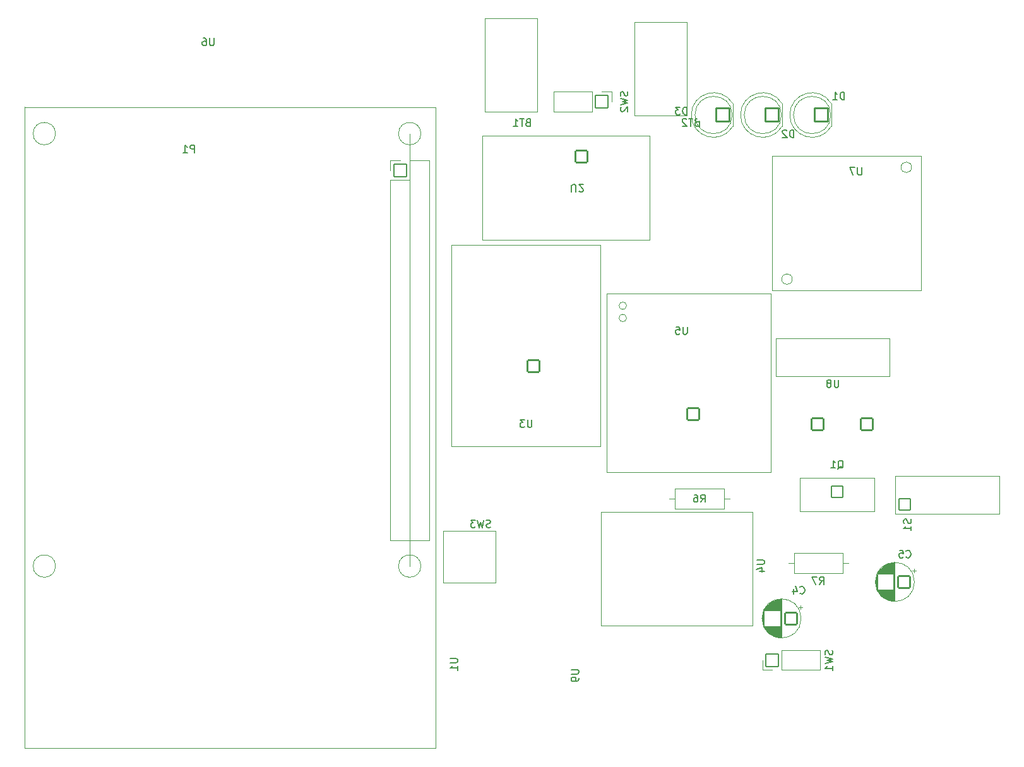
<source format=gbo>
%TF.GenerationSoftware,KiCad,Pcbnew,(6.0.4-0)*%
%TF.CreationDate,2022-07-13T22:20:56+09:00*%
%TF.ProjectId,2022-circuit,32303232-2d63-4697-9263-7569742e6b69,rev?*%
%TF.SameCoordinates,Original*%
%TF.FileFunction,Legend,Bot*%
%TF.FilePolarity,Positive*%
%FSLAX46Y46*%
G04 Gerber Fmt 4.6, Leading zero omitted, Abs format (unit mm)*
G04 Created by KiCad (PCBNEW (6.0.4-0)) date 2022-07-13 22:20:56*
%MOMM*%
%LPD*%
G01*
G04 APERTURE LIST*
G04 Aperture macros list*
%AMRoundRect*
0 Rectangle with rounded corners*
0 $1 Rounding radius*
0 $2 $3 $4 $5 $6 $7 $8 $9 X,Y pos of 4 corners*
0 Add a 4 corners polygon primitive as box body*
4,1,4,$2,$3,$4,$5,$6,$7,$8,$9,$2,$3,0*
0 Add four circle primitives for the rounded corners*
1,1,$1+$1,$2,$3*
1,1,$1+$1,$4,$5*
1,1,$1+$1,$6,$7*
1,1,$1+$1,$8,$9*
0 Add four rect primitives between the rounded corners*
20,1,$1+$1,$2,$3,$4,$5,0*
20,1,$1+$1,$4,$5,$6,$7,0*
20,1,$1+$1,$6,$7,$8,$9,0*
20,1,$1+$1,$8,$9,$2,$3,0*%
G04 Aperture macros list end*
%ADD10C,0.150000*%
%ADD11C,0.120000*%
%ADD12C,1.800000*%
%ADD13O,1.800000X1.800000*%
%ADD14RoundRect,0.100000X0.800000X-0.800000X0.800000X0.800000X-0.800000X0.800000X-0.800000X-0.800000X0*%
%ADD15RoundRect,0.100000X-0.800000X0.800000X-0.800000X-0.800000X0.800000X-0.800000X0.800000X0.800000X0*%
%ADD16RoundRect,0.100000X-0.800000X-0.800000X0.800000X-0.800000X0.800000X0.800000X-0.800000X0.800000X0*%
%ADD17RoundRect,0.100000X0.800000X0.800000X-0.800000X0.800000X-0.800000X-0.800000X0.800000X-0.800000X0*%
%ADD18RoundRect,0.100000X0.900000X0.900000X-0.900000X0.900000X-0.900000X-0.900000X0.900000X-0.900000X0*%
%ADD19C,2.000000*%
%ADD20C,1.300000*%
%ADD21C,1.724000*%
%ADD22RoundRect,0.100000X0.850000X0.850000X-0.850000X0.850000X-0.850000X-0.850000X0.850000X-0.850000X0*%
%ADD23O,1.900000X1.900000*%
%ADD24RoundRect,0.100000X0.850000X-0.850000X0.850000X0.850000X-0.850000X0.850000X-0.850000X-0.850000X0*%
%ADD25RoundRect,0.100000X0.762000X0.762000X-0.762000X0.762000X-0.762000X-0.762000X0.762000X-0.762000X0*%
%ADD26RoundRect,0.100000X-0.762000X0.762000X-0.762000X-0.762000X0.762000X-0.762000X0.762000X0.762000X0*%
%ADD27RoundRect,0.100000X-0.850000X0.850000X-0.850000X-0.850000X0.850000X-0.850000X0.850000X0.850000X0*%
G04 APERTURE END LIST*
D10*
%TO.C,C4*%
X138342666Y-132707142D02*
X138390285Y-132754761D01*
X138533142Y-132802380D01*
X138628380Y-132802380D01*
X138771238Y-132754761D01*
X138866476Y-132659523D01*
X138914095Y-132564285D01*
X138961714Y-132373809D01*
X138961714Y-132230952D01*
X138914095Y-132040476D01*
X138866476Y-131945238D01*
X138771238Y-131850000D01*
X138628380Y-131802380D01*
X138533142Y-131802380D01*
X138390285Y-131850000D01*
X138342666Y-131897619D01*
X137485523Y-132135714D02*
X137485523Y-132802380D01*
X137723619Y-131754761D02*
X137961714Y-132469047D01*
X137342666Y-132469047D01*
%TO.C,D2*%
X137512095Y-71572380D02*
X137512095Y-70572380D01*
X137274000Y-70572380D01*
X137131142Y-70620000D01*
X137035904Y-70715238D01*
X136988285Y-70810476D01*
X136940666Y-71000952D01*
X136940666Y-71143809D01*
X136988285Y-71334285D01*
X137035904Y-71429523D01*
X137131142Y-71524761D01*
X137274000Y-71572380D01*
X137512095Y-71572380D01*
X136559714Y-70667619D02*
X136512095Y-70620000D01*
X136416857Y-70572380D01*
X136178761Y-70572380D01*
X136083523Y-70620000D01*
X136035904Y-70667619D01*
X135988285Y-70762857D01*
X135988285Y-70858095D01*
X136035904Y-71000952D01*
X136607333Y-71572380D01*
X135988285Y-71572380D01*
%TO.C,SW3*%
X96837333Y-123848761D02*
X96694476Y-123896380D01*
X96456380Y-123896380D01*
X96361142Y-123848761D01*
X96313523Y-123801142D01*
X96265904Y-123705904D01*
X96265904Y-123610666D01*
X96313523Y-123515428D01*
X96361142Y-123467809D01*
X96456380Y-123420190D01*
X96646857Y-123372571D01*
X96742095Y-123324952D01*
X96789714Y-123277333D01*
X96837333Y-123182095D01*
X96837333Y-123086857D01*
X96789714Y-122991619D01*
X96742095Y-122944000D01*
X96646857Y-122896380D01*
X96408761Y-122896380D01*
X96265904Y-122944000D01*
X95932571Y-122896380D02*
X95694476Y-123896380D01*
X95504000Y-123182095D01*
X95313523Y-123896380D01*
X95075428Y-122896380D01*
X94789714Y-122896380D02*
X94170666Y-122896380D01*
X94504000Y-123277333D01*
X94361142Y-123277333D01*
X94265904Y-123324952D01*
X94218285Y-123372571D01*
X94170666Y-123467809D01*
X94170666Y-123705904D01*
X94218285Y-123801142D01*
X94265904Y-123848761D01*
X94361142Y-123896380D01*
X94646857Y-123896380D01*
X94742095Y-123848761D01*
X94789714Y-123801142D01*
%TO.C,U8*%
X143509904Y-104100380D02*
X143509904Y-104909904D01*
X143462285Y-105005142D01*
X143414666Y-105052761D01*
X143319428Y-105100380D01*
X143128952Y-105100380D01*
X143033714Y-105052761D01*
X142986095Y-105005142D01*
X142938476Y-104909904D01*
X142938476Y-104100380D01*
X142319428Y-104528952D02*
X142414666Y-104481333D01*
X142462285Y-104433714D01*
X142509904Y-104338476D01*
X142509904Y-104290857D01*
X142462285Y-104195619D01*
X142414666Y-104148000D01*
X142319428Y-104100380D01*
X142128952Y-104100380D01*
X142033714Y-104148000D01*
X141986095Y-104195619D01*
X141938476Y-104290857D01*
X141938476Y-104338476D01*
X141986095Y-104433714D01*
X142033714Y-104481333D01*
X142128952Y-104528952D01*
X142319428Y-104528952D01*
X142414666Y-104576571D01*
X142462285Y-104624190D01*
X142509904Y-104719428D01*
X142509904Y-104909904D01*
X142462285Y-105005142D01*
X142414666Y-105052761D01*
X142319428Y-105100380D01*
X142128952Y-105100380D01*
X142033714Y-105052761D01*
X141986095Y-105005142D01*
X141938476Y-104909904D01*
X141938476Y-104719428D01*
X141986095Y-104624190D01*
X142033714Y-104576571D01*
X142128952Y-104528952D01*
%TO.C,C5*%
X152566666Y-127865142D02*
X152614285Y-127912761D01*
X152757142Y-127960380D01*
X152852380Y-127960380D01*
X152995238Y-127912761D01*
X153090476Y-127817523D01*
X153138095Y-127722285D01*
X153185714Y-127531809D01*
X153185714Y-127388952D01*
X153138095Y-127198476D01*
X153090476Y-127103238D01*
X152995238Y-127008000D01*
X152852380Y-126960380D01*
X152757142Y-126960380D01*
X152614285Y-127008000D01*
X152566666Y-127055619D01*
X151661904Y-126960380D02*
X152138095Y-126960380D01*
X152185714Y-127436571D01*
X152138095Y-127388952D01*
X152042857Y-127341333D01*
X151804761Y-127341333D01*
X151709523Y-127388952D01*
X151661904Y-127436571D01*
X151614285Y-127531809D01*
X151614285Y-127769904D01*
X151661904Y-127865142D01*
X151709523Y-127912761D01*
X151804761Y-127960380D01*
X152042857Y-127960380D01*
X152138095Y-127912761D01*
X152185714Y-127865142D01*
%TO.C,U6*%
X59751104Y-58278580D02*
X59751104Y-59088104D01*
X59703485Y-59183342D01*
X59655866Y-59230961D01*
X59560628Y-59278580D01*
X59370152Y-59278580D01*
X59274914Y-59230961D01*
X59227295Y-59183342D01*
X59179676Y-59088104D01*
X59179676Y-58278580D01*
X58274914Y-58278580D02*
X58465390Y-58278580D01*
X58560628Y-58326200D01*
X58608247Y-58373819D01*
X58703485Y-58516676D01*
X58751104Y-58707152D01*
X58751104Y-59088104D01*
X58703485Y-59183342D01*
X58655866Y-59230961D01*
X58560628Y-59278580D01*
X58370152Y-59278580D01*
X58274914Y-59230961D01*
X58227295Y-59183342D01*
X58179676Y-59088104D01*
X58179676Y-58850009D01*
X58227295Y-58754771D01*
X58274914Y-58707152D01*
X58370152Y-58659533D01*
X58560628Y-58659533D01*
X58655866Y-58707152D01*
X58703485Y-58754771D01*
X58751104Y-58850009D01*
X57126095Y-73604380D02*
X57126095Y-72604380D01*
X56745142Y-72604380D01*
X56649904Y-72652000D01*
X56602285Y-72699619D01*
X56554666Y-72794857D01*
X56554666Y-72937714D01*
X56602285Y-73032952D01*
X56649904Y-73080571D01*
X56745142Y-73128190D01*
X57126095Y-73128190D01*
X55602285Y-73604380D02*
X56173714Y-73604380D01*
X55888000Y-73604380D02*
X55888000Y-72604380D01*
X55983238Y-72747238D01*
X56078476Y-72842476D01*
X56173714Y-72890095D01*
%TO.C,U4*%
X132548380Y-128270095D02*
X133357904Y-128270095D01*
X133453142Y-128317714D01*
X133500761Y-128365333D01*
X133548380Y-128460571D01*
X133548380Y-128651047D01*
X133500761Y-128746285D01*
X133453142Y-128793904D01*
X133357904Y-128841523D01*
X132548380Y-128841523D01*
X132881714Y-129746285D02*
X133548380Y-129746285D01*
X132500761Y-129508190D02*
X133215047Y-129270095D01*
X133215047Y-129889142D01*
%TO.C,SW2*%
X115197761Y-65443666D02*
X115245380Y-65586523D01*
X115245380Y-65824619D01*
X115197761Y-65919857D01*
X115150142Y-65967476D01*
X115054904Y-66015095D01*
X114959666Y-66015095D01*
X114864428Y-65967476D01*
X114816809Y-65919857D01*
X114769190Y-65824619D01*
X114721571Y-65634142D01*
X114673952Y-65538904D01*
X114626333Y-65491285D01*
X114531095Y-65443666D01*
X114435857Y-65443666D01*
X114340619Y-65491285D01*
X114293000Y-65538904D01*
X114245380Y-65634142D01*
X114245380Y-65872238D01*
X114293000Y-66015095D01*
X114245380Y-66348428D02*
X115245380Y-66586523D01*
X114531095Y-66777000D01*
X115245380Y-66967476D01*
X114245380Y-67205571D01*
X114340619Y-67538904D02*
X114293000Y-67586523D01*
X114245380Y-67681761D01*
X114245380Y-67919857D01*
X114293000Y-68015095D01*
X114340619Y-68062714D01*
X114435857Y-68110333D01*
X114531095Y-68110333D01*
X114673952Y-68062714D01*
X115245380Y-67491285D01*
X115245380Y-68110333D01*
%TO.C,BT1*%
X101853714Y-69575571D02*
X101710857Y-69623190D01*
X101663238Y-69670809D01*
X101615619Y-69766047D01*
X101615619Y-69908904D01*
X101663238Y-70004142D01*
X101710857Y-70051761D01*
X101806095Y-70099380D01*
X102187047Y-70099380D01*
X102187047Y-69099380D01*
X101853714Y-69099380D01*
X101758476Y-69147000D01*
X101710857Y-69194619D01*
X101663238Y-69289857D01*
X101663238Y-69385095D01*
X101710857Y-69480333D01*
X101758476Y-69527952D01*
X101853714Y-69575571D01*
X102187047Y-69575571D01*
X101329904Y-69099380D02*
X100758476Y-69099380D01*
X101044190Y-70099380D02*
X101044190Y-69099380D01*
X99901333Y-70099380D02*
X100472761Y-70099380D01*
X100187047Y-70099380D02*
X100187047Y-69099380D01*
X100282285Y-69242238D01*
X100377523Y-69337476D01*
X100472761Y-69385095D01*
%TO.C,Q1*%
X143395238Y-116027619D02*
X143490476Y-115980000D01*
X143585714Y-115884761D01*
X143728571Y-115741904D01*
X143823809Y-115694285D01*
X143919047Y-115694285D01*
X143871428Y-115932380D02*
X143966666Y-115884761D01*
X144061904Y-115789523D01*
X144109523Y-115599047D01*
X144109523Y-115265714D01*
X144061904Y-115075238D01*
X143966666Y-114980000D01*
X143871428Y-114932380D01*
X143680952Y-114932380D01*
X143585714Y-114980000D01*
X143490476Y-115075238D01*
X143442857Y-115265714D01*
X143442857Y-115599047D01*
X143490476Y-115789523D01*
X143585714Y-115884761D01*
X143680952Y-115932380D01*
X143871428Y-115932380D01*
X142490476Y-115932380D02*
X143061904Y-115932380D01*
X142776190Y-115932380D02*
X142776190Y-114932380D01*
X142871428Y-115075238D01*
X142966666Y-115170476D01*
X143061904Y-115218095D01*
%TO.C,BT2*%
X124483714Y-69524571D02*
X124340857Y-69572190D01*
X124293238Y-69619809D01*
X124245619Y-69715047D01*
X124245619Y-69857904D01*
X124293238Y-69953142D01*
X124340857Y-70000761D01*
X124436095Y-70048380D01*
X124817047Y-70048380D01*
X124817047Y-69048380D01*
X124483714Y-69048380D01*
X124388476Y-69096000D01*
X124340857Y-69143619D01*
X124293238Y-69238857D01*
X124293238Y-69334095D01*
X124340857Y-69429333D01*
X124388476Y-69476952D01*
X124483714Y-69524571D01*
X124817047Y-69524571D01*
X123959904Y-69048380D02*
X123388476Y-69048380D01*
X123674190Y-70048380D02*
X123674190Y-69048380D01*
X123102761Y-69143619D02*
X123055142Y-69096000D01*
X122959904Y-69048380D01*
X122721809Y-69048380D01*
X122626571Y-69096000D01*
X122578952Y-69143619D01*
X122531333Y-69238857D01*
X122531333Y-69334095D01*
X122578952Y-69476952D01*
X123150380Y-70048380D01*
X122531333Y-70048380D01*
%TO.C,S1*%
X153187761Y-122789095D02*
X153235380Y-122931952D01*
X153235380Y-123170047D01*
X153187761Y-123265285D01*
X153140142Y-123312904D01*
X153044904Y-123360523D01*
X152949666Y-123360523D01*
X152854428Y-123312904D01*
X152806809Y-123265285D01*
X152759190Y-123170047D01*
X152711571Y-122979571D01*
X152663952Y-122884333D01*
X152616333Y-122836714D01*
X152521095Y-122789095D01*
X152425857Y-122789095D01*
X152330619Y-122836714D01*
X152283000Y-122884333D01*
X152235380Y-122979571D01*
X152235380Y-123217666D01*
X152283000Y-123360523D01*
X153235380Y-124312904D02*
X153235380Y-123741476D01*
X153235380Y-124027190D02*
X152235380Y-124027190D01*
X152378238Y-123931952D01*
X152473476Y-123836714D01*
X152521095Y-123741476D01*
%TO.C,U3*%
X102361904Y-109452380D02*
X102361904Y-110261904D01*
X102314285Y-110357142D01*
X102266666Y-110404761D01*
X102171428Y-110452380D01*
X101980952Y-110452380D01*
X101885714Y-110404761D01*
X101838095Y-110357142D01*
X101790476Y-110261904D01*
X101790476Y-109452380D01*
X101409523Y-109452380D02*
X100790476Y-109452380D01*
X101123809Y-109833333D01*
X100980952Y-109833333D01*
X100885714Y-109880952D01*
X100838095Y-109928571D01*
X100790476Y-110023809D01*
X100790476Y-110261904D01*
X100838095Y-110357142D01*
X100885714Y-110404761D01*
X100980952Y-110452380D01*
X101266666Y-110452380D01*
X101361904Y-110404761D01*
X101409523Y-110357142D01*
%TO.C,U2*%
X107712095Y-78897619D02*
X107712095Y-78088095D01*
X107759714Y-77992857D01*
X107807333Y-77945238D01*
X107902571Y-77897619D01*
X108093047Y-77897619D01*
X108188285Y-77945238D01*
X108235904Y-77992857D01*
X108283523Y-78088095D01*
X108283523Y-78897619D01*
X108712095Y-78802380D02*
X108759714Y-78850000D01*
X108854952Y-78897619D01*
X109093047Y-78897619D01*
X109188285Y-78850000D01*
X109235904Y-78802380D01*
X109283523Y-78707142D01*
X109283523Y-78611904D01*
X109235904Y-78469047D01*
X108664476Y-77897619D01*
X109283523Y-77897619D01*
%TO.C,U9*%
X107656380Y-142970095D02*
X108465904Y-142970095D01*
X108561142Y-143017714D01*
X108608761Y-143065333D01*
X108656380Y-143160571D01*
X108656380Y-143351047D01*
X108608761Y-143446285D01*
X108561142Y-143493904D01*
X108465904Y-143541523D01*
X107656380Y-143541523D01*
X108656380Y-144065333D02*
X108656380Y-144255809D01*
X108608761Y-144351047D01*
X108561142Y-144398666D01*
X108418285Y-144493904D01*
X108227809Y-144541523D01*
X107846857Y-144541523D01*
X107751619Y-144493904D01*
X107704000Y-144446285D01*
X107656380Y-144351047D01*
X107656380Y-144160571D01*
X107704000Y-144065333D01*
X107751619Y-144017714D01*
X107846857Y-143970095D01*
X108084952Y-143970095D01*
X108180190Y-144017714D01*
X108227809Y-144065333D01*
X108275428Y-144160571D01*
X108275428Y-144351047D01*
X108227809Y-144446285D01*
X108180190Y-144493904D01*
X108084952Y-144541523D01*
%TO.C,SW1*%
X142644761Y-140398666D02*
X142692380Y-140541523D01*
X142692380Y-140779619D01*
X142644761Y-140874857D01*
X142597142Y-140922476D01*
X142501904Y-140970095D01*
X142406666Y-140970095D01*
X142311428Y-140922476D01*
X142263809Y-140874857D01*
X142216190Y-140779619D01*
X142168571Y-140589142D01*
X142120952Y-140493904D01*
X142073333Y-140446285D01*
X141978095Y-140398666D01*
X141882857Y-140398666D01*
X141787619Y-140446285D01*
X141740000Y-140493904D01*
X141692380Y-140589142D01*
X141692380Y-140827238D01*
X141740000Y-140970095D01*
X141692380Y-141303428D02*
X142692380Y-141541523D01*
X141978095Y-141732000D01*
X142692380Y-141922476D01*
X141692380Y-142160571D01*
X142692380Y-143065333D02*
X142692380Y-142493904D01*
X142692380Y-142779619D02*
X141692380Y-142779619D01*
X141835238Y-142684380D01*
X141930476Y-142589142D01*
X141978095Y-142493904D01*
%TO.C,D1*%
X144268095Y-66492380D02*
X144268095Y-65492380D01*
X144030000Y-65492380D01*
X143887142Y-65540000D01*
X143791904Y-65635238D01*
X143744285Y-65730476D01*
X143696666Y-65920952D01*
X143696666Y-66063809D01*
X143744285Y-66254285D01*
X143791904Y-66349523D01*
X143887142Y-66444761D01*
X144030000Y-66492380D01*
X144268095Y-66492380D01*
X142744285Y-66492380D02*
X143315714Y-66492380D01*
X143030000Y-66492380D02*
X143030000Y-65492380D01*
X143125238Y-65635238D01*
X143220476Y-65730476D01*
X143315714Y-65778095D01*
%TO.C,D3*%
X123166095Y-68524380D02*
X123166095Y-67524380D01*
X122928000Y-67524380D01*
X122785142Y-67572000D01*
X122689904Y-67667238D01*
X122642285Y-67762476D01*
X122594666Y-67952952D01*
X122594666Y-68095809D01*
X122642285Y-68286285D01*
X122689904Y-68381523D01*
X122785142Y-68476761D01*
X122928000Y-68524380D01*
X123166095Y-68524380D01*
X122261333Y-67524380D02*
X121642285Y-67524380D01*
X121975619Y-67905333D01*
X121832761Y-67905333D01*
X121737523Y-67952952D01*
X121689904Y-68000571D01*
X121642285Y-68095809D01*
X121642285Y-68333904D01*
X121689904Y-68429142D01*
X121737523Y-68476761D01*
X121832761Y-68524380D01*
X122118476Y-68524380D01*
X122213714Y-68476761D01*
X122261333Y-68429142D01*
%TO.C,R6*%
X125016666Y-120502380D02*
X125350000Y-120026190D01*
X125588095Y-120502380D02*
X125588095Y-119502380D01*
X125207142Y-119502380D01*
X125111904Y-119550000D01*
X125064285Y-119597619D01*
X125016666Y-119692857D01*
X125016666Y-119835714D01*
X125064285Y-119930952D01*
X125111904Y-119978571D01*
X125207142Y-120026190D01*
X125588095Y-120026190D01*
X124159523Y-119502380D02*
X124350000Y-119502380D01*
X124445238Y-119550000D01*
X124492857Y-119597619D01*
X124588095Y-119740476D01*
X124635714Y-119930952D01*
X124635714Y-120311904D01*
X124588095Y-120407142D01*
X124540476Y-120454761D01*
X124445238Y-120502380D01*
X124254761Y-120502380D01*
X124159523Y-120454761D01*
X124111904Y-120407142D01*
X124064285Y-120311904D01*
X124064285Y-120073809D01*
X124111904Y-119978571D01*
X124159523Y-119930952D01*
X124254761Y-119883333D01*
X124445238Y-119883333D01*
X124540476Y-119930952D01*
X124588095Y-119978571D01*
X124635714Y-120073809D01*
%TO.C,U7*%
X146631904Y-75627380D02*
X146631904Y-76436904D01*
X146584285Y-76532142D01*
X146536666Y-76579761D01*
X146441428Y-76627380D01*
X146250952Y-76627380D01*
X146155714Y-76579761D01*
X146108095Y-76532142D01*
X146060476Y-76436904D01*
X146060476Y-75627380D01*
X145679523Y-75627380D02*
X145012857Y-75627380D01*
X145441428Y-76627380D01*
%TO.C,R7*%
X140966666Y-131522380D02*
X141300000Y-131046190D01*
X141538095Y-131522380D02*
X141538095Y-130522380D01*
X141157142Y-130522380D01*
X141061904Y-130570000D01*
X141014285Y-130617619D01*
X140966666Y-130712857D01*
X140966666Y-130855714D01*
X141014285Y-130950952D01*
X141061904Y-130998571D01*
X141157142Y-131046190D01*
X141538095Y-131046190D01*
X140633333Y-130522380D02*
X139966666Y-130522380D01*
X140395238Y-131522380D01*
%TO.C,U5*%
X123213904Y-96988380D02*
X123213904Y-97797904D01*
X123166285Y-97893142D01*
X123118666Y-97940761D01*
X123023428Y-97988380D01*
X122832952Y-97988380D01*
X122737714Y-97940761D01*
X122690095Y-97893142D01*
X122642476Y-97797904D01*
X122642476Y-96988380D01*
X121690095Y-96988380D02*
X122166285Y-96988380D01*
X122213904Y-97464571D01*
X122166285Y-97416952D01*
X122071047Y-97369333D01*
X121832952Y-97369333D01*
X121737714Y-97416952D01*
X121690095Y-97464571D01*
X121642476Y-97559809D01*
X121642476Y-97797904D01*
X121690095Y-97893142D01*
X121737714Y-97940761D01*
X121832952Y-97988380D01*
X122071047Y-97988380D01*
X122166285Y-97940761D01*
X122213904Y-97893142D01*
%TO.C,U1*%
X91400380Y-141478095D02*
X92209904Y-141478095D01*
X92305142Y-141525714D01*
X92352761Y-141573333D01*
X92400380Y-141668571D01*
X92400380Y-141859047D01*
X92352761Y-141954285D01*
X92305142Y-142001904D01*
X92209904Y-142049523D01*
X91400380Y-142049523D01*
X92400380Y-143049523D02*
X92400380Y-142478095D01*
X92400380Y-142763809D02*
X91400380Y-142763809D01*
X91543238Y-142668571D01*
X91638476Y-142573333D01*
X91686095Y-142478095D01*
D11*
%TO.C,C4*%
X134054113Y-137140000D02*
X134054113Y-137964000D01*
X135455113Y-133550000D02*
X135455113Y-135060000D01*
X133334113Y-135423000D02*
X133334113Y-136777000D01*
X134574113Y-137140000D02*
X134574113Y-138347000D01*
X134774113Y-137140000D02*
X134774113Y-138448000D01*
X133694113Y-137140000D02*
X133694113Y-137543000D01*
X134174113Y-134129000D02*
X134174113Y-135060000D01*
X138659888Y-134625000D02*
X138159888Y-134625000D01*
X134374113Y-133978000D02*
X134374113Y-135060000D01*
X134854113Y-133718000D02*
X134854113Y-135060000D01*
X134854113Y-137140000D02*
X134854113Y-138482000D01*
X133934113Y-134357000D02*
X133934113Y-135060000D01*
X135615113Y-137140000D02*
X135615113Y-138669000D01*
X134054113Y-134236000D02*
X134054113Y-135060000D01*
X135014113Y-133658000D02*
X135014113Y-135060000D01*
X135094113Y-137140000D02*
X135094113Y-138568000D01*
X133534113Y-134922000D02*
X133534113Y-137278000D01*
X133774113Y-134546000D02*
X133774113Y-135060000D01*
X135215113Y-133599000D02*
X135215113Y-135060000D01*
X134454113Y-133925000D02*
X134454113Y-135060000D01*
X133934113Y-137140000D02*
X133934113Y-137843000D01*
X133494113Y-135002000D02*
X133494113Y-137198000D01*
X134934113Y-137140000D02*
X134934113Y-138514000D01*
X134334113Y-137140000D02*
X134334113Y-138195000D01*
X135415113Y-133557000D02*
X135415113Y-135060000D01*
X134014113Y-137140000D02*
X134014113Y-137926000D01*
X134254113Y-134065000D02*
X134254113Y-135060000D01*
X134134113Y-134163000D02*
X134134113Y-135060000D01*
X135375113Y-137140000D02*
X135375113Y-138636000D01*
X135014113Y-137140000D02*
X135014113Y-138542000D01*
X133774113Y-137140000D02*
X133774113Y-137654000D01*
X135495113Y-137140000D02*
X135495113Y-138656000D01*
X134654113Y-137140000D02*
X134654113Y-138390000D01*
X134094113Y-134199000D02*
X134094113Y-135060000D01*
X134614113Y-137140000D02*
X134614113Y-138368000D01*
X134134113Y-137140000D02*
X134134113Y-138037000D01*
X134094113Y-137140000D02*
X134094113Y-138001000D01*
X134414113Y-137140000D02*
X134414113Y-138249000D01*
X134534113Y-137140000D02*
X134534113Y-138324000D01*
X133454113Y-135089000D02*
X133454113Y-137111000D01*
X134174113Y-137140000D02*
X134174113Y-138071000D01*
X133294113Y-135582000D02*
X133294113Y-136618000D01*
X135175113Y-133609000D02*
X135175113Y-135060000D01*
X135735113Y-133522000D02*
X135735113Y-138678000D01*
X135295113Y-137140000D02*
X135295113Y-138620000D01*
X135134113Y-137140000D02*
X135134113Y-138580000D01*
X133894113Y-134401000D02*
X133894113Y-135060000D01*
X134934113Y-133686000D02*
X134934113Y-135060000D01*
X135335113Y-137140000D02*
X135335113Y-138628000D01*
X133974113Y-137140000D02*
X133974113Y-137885000D01*
X134214113Y-137140000D02*
X134214113Y-138104000D01*
X135855113Y-133520000D02*
X135855113Y-138680000D01*
X133654113Y-134717000D02*
X133654113Y-135060000D01*
X135295113Y-133580000D02*
X135295113Y-135060000D01*
X134374113Y-137140000D02*
X134374113Y-138222000D01*
X133614113Y-134781000D02*
X133614113Y-135060000D01*
X133574113Y-137140000D02*
X133574113Y-137351000D01*
X133734113Y-137140000D02*
X133734113Y-137600000D01*
X134014113Y-134274000D02*
X134014113Y-135060000D01*
X133254113Y-135816000D02*
X133254113Y-136384000D01*
X134294113Y-134035000D02*
X134294113Y-135060000D01*
X134534113Y-133876000D02*
X134534113Y-135060000D01*
X134694113Y-133790000D02*
X134694113Y-135060000D01*
X134814113Y-137140000D02*
X134814113Y-138465000D01*
X135134113Y-133620000D02*
X135134113Y-135060000D01*
X134414113Y-133951000D02*
X134414113Y-135060000D01*
X135175113Y-137140000D02*
X135175113Y-138591000D01*
X135655113Y-133527000D02*
X135655113Y-138673000D01*
X135415113Y-137140000D02*
X135415113Y-138643000D01*
X134734113Y-137140000D02*
X134734113Y-138429000D01*
X135335113Y-133572000D02*
X135335113Y-135060000D01*
X135094113Y-133632000D02*
X135094113Y-135060000D01*
X135375113Y-133564000D02*
X135375113Y-135060000D01*
X134654113Y-133810000D02*
X134654113Y-135060000D01*
X135575113Y-133535000D02*
X135575113Y-135060000D01*
X135054113Y-137140000D02*
X135054113Y-138555000D01*
X135495113Y-133544000D02*
X135495113Y-135060000D01*
X134894113Y-133702000D02*
X134894113Y-135060000D01*
X133574113Y-134849000D02*
X133574113Y-135060000D01*
X134894113Y-137140000D02*
X134894113Y-138498000D01*
X133814113Y-137140000D02*
X133814113Y-137705000D01*
X135455113Y-137140000D02*
X135455113Y-138650000D01*
X134974113Y-137140000D02*
X134974113Y-138528000D01*
X135695113Y-133524000D02*
X135695113Y-138676000D01*
X135535113Y-137140000D02*
X135535113Y-138661000D01*
X133734113Y-134600000D02*
X133734113Y-135060000D01*
X134294113Y-137140000D02*
X134294113Y-138165000D01*
X134494113Y-133900000D02*
X134494113Y-135060000D01*
X135815113Y-133520000D02*
X135815113Y-138680000D01*
X133374113Y-135295000D02*
X133374113Y-136905000D01*
X134814113Y-133735000D02*
X134814113Y-135060000D01*
X135215113Y-137140000D02*
X135215113Y-138601000D01*
X135775113Y-133521000D02*
X135775113Y-138679000D01*
X134574113Y-133853000D02*
X134574113Y-135060000D01*
X133654113Y-137140000D02*
X133654113Y-137483000D01*
X134254113Y-137140000D02*
X134254113Y-138135000D01*
X133814113Y-134495000D02*
X133814113Y-135060000D01*
X134334113Y-134005000D02*
X134334113Y-135060000D01*
X134614113Y-133832000D02*
X134614113Y-135060000D01*
X135615113Y-133531000D02*
X135615113Y-135060000D01*
X133694113Y-134657000D02*
X133694113Y-135060000D01*
X134494113Y-137140000D02*
X134494113Y-138300000D01*
X133614113Y-137140000D02*
X133614113Y-137419000D01*
X135535113Y-133539000D02*
X135535113Y-135060000D01*
X133854113Y-137140000D02*
X133854113Y-137753000D01*
X134774113Y-133752000D02*
X134774113Y-135060000D01*
X135255113Y-137140000D02*
X135255113Y-138611000D01*
X135575113Y-137140000D02*
X135575113Y-138665000D01*
X134214113Y-134096000D02*
X134214113Y-135060000D01*
X133894113Y-137140000D02*
X133894113Y-137799000D01*
X134694113Y-137140000D02*
X134694113Y-138410000D01*
X133974113Y-134315000D02*
X133974113Y-135060000D01*
X134454113Y-137140000D02*
X134454113Y-138275000D01*
X138409888Y-134375000D02*
X138409888Y-134875000D01*
X135054113Y-133645000D02*
X135054113Y-135060000D01*
X135255113Y-133589000D02*
X135255113Y-135060000D01*
X133854113Y-134447000D02*
X133854113Y-135060000D01*
X134974113Y-133672000D02*
X134974113Y-135060000D01*
X134734113Y-133771000D02*
X134734113Y-135060000D01*
X133414113Y-135185000D02*
X133414113Y-137015000D01*
X138475113Y-136100000D02*
G75*
G03*
X138475113Y-136100000I-2620000J0D01*
G01*
%TO.C,D2*%
X135910000Y-67035000D02*
X135910000Y-70125000D01*
X135910000Y-67035170D02*
G75*
G03*
X130360000Y-68580462I-2560000J-1544830D01*
G01*
X130360000Y-68579538D02*
G75*
G03*
X135910000Y-70124830I2990000J-462D01*
G01*
X135850000Y-68580000D02*
G75*
G03*
X135850000Y-68580000I-2500000J0D01*
G01*
%TO.C,SW3*%
X90480000Y-124345000D02*
X90480000Y-131345000D01*
X97480000Y-124345000D02*
X90480000Y-124345000D01*
X97480000Y-131345000D02*
X97480000Y-124345000D01*
X90480000Y-131345000D02*
X97480000Y-131345000D01*
%TO.C,U8*%
X135128000Y-103632000D02*
X150368000Y-103632000D01*
X150368000Y-103632000D02*
X150368000Y-98552000D01*
X150368000Y-98552000D02*
X135128000Y-98552000D01*
X135128000Y-98552000D02*
X135128000Y-103632000D01*
%TO.C,C5*%
X150455113Y-132240000D02*
X150455113Y-133711000D01*
X148694113Y-130102000D02*
X148694113Y-132298000D01*
X150735113Y-132240000D02*
X150735113Y-133761000D01*
X149414113Y-129196000D02*
X149414113Y-130160000D01*
X150174113Y-132240000D02*
X150174113Y-133628000D01*
X150294113Y-128732000D02*
X150294113Y-130160000D01*
X153609888Y-129475000D02*
X153609888Y-129975000D01*
X149254113Y-132240000D02*
X149254113Y-133064000D01*
X149694113Y-132240000D02*
X149694113Y-133400000D01*
X151015113Y-128620000D02*
X151015113Y-133780000D01*
X150655113Y-132240000D02*
X150655113Y-133750000D01*
X150254113Y-132240000D02*
X150254113Y-133655000D01*
X149494113Y-129135000D02*
X149494113Y-130160000D01*
X149454113Y-129165000D02*
X149454113Y-130160000D01*
X150294113Y-132240000D02*
X150294113Y-133668000D01*
X149094113Y-129501000D02*
X149094113Y-130160000D01*
X149374113Y-132240000D02*
X149374113Y-133171000D01*
X150214113Y-128758000D02*
X150214113Y-130160000D01*
X149014113Y-132240000D02*
X149014113Y-132805000D01*
X150455113Y-128689000D02*
X150455113Y-130160000D01*
X149814113Y-132240000D02*
X149814113Y-133468000D01*
X149294113Y-129299000D02*
X149294113Y-130160000D01*
X153859888Y-129725000D02*
X153359888Y-129725000D01*
X150775113Y-132240000D02*
X150775113Y-133765000D01*
X150014113Y-128835000D02*
X150014113Y-130160000D01*
X149974113Y-128852000D02*
X149974113Y-130160000D01*
X149374113Y-129229000D02*
X149374113Y-130160000D01*
X148734113Y-130022000D02*
X148734113Y-132378000D01*
X150134113Y-128786000D02*
X150134113Y-130160000D01*
X149814113Y-128932000D02*
X149814113Y-130160000D01*
X148854113Y-129817000D02*
X148854113Y-130160000D01*
X149454113Y-132240000D02*
X149454113Y-133235000D01*
X149054113Y-132240000D02*
X149054113Y-132853000D01*
X149974113Y-132240000D02*
X149974113Y-133548000D01*
X149214113Y-129374000D02*
X149214113Y-130160000D01*
X149294113Y-132240000D02*
X149294113Y-133101000D01*
X148814113Y-129881000D02*
X148814113Y-130160000D01*
X150975113Y-128621000D02*
X150975113Y-133779000D01*
X149854113Y-132240000D02*
X149854113Y-133490000D01*
X149574113Y-129078000D02*
X149574113Y-130160000D01*
X148934113Y-129700000D02*
X148934113Y-130160000D01*
X150415113Y-132240000D02*
X150415113Y-133701000D01*
X150054113Y-132240000D02*
X150054113Y-133582000D01*
X150535113Y-132240000D02*
X150535113Y-133728000D01*
X149094113Y-132240000D02*
X149094113Y-132899000D01*
X150855113Y-128627000D02*
X150855113Y-133773000D01*
X149334113Y-129263000D02*
X149334113Y-130160000D01*
X151055113Y-128620000D02*
X151055113Y-133780000D01*
X149254113Y-129336000D02*
X149254113Y-130160000D01*
X150935113Y-128622000D02*
X150935113Y-133778000D01*
X150094113Y-132240000D02*
X150094113Y-133598000D01*
X150375113Y-132240000D02*
X150375113Y-133691000D01*
X150134113Y-132240000D02*
X150134113Y-133614000D01*
X149894113Y-128890000D02*
X149894113Y-130160000D01*
X149654113Y-129025000D02*
X149654113Y-130160000D01*
X148974113Y-129646000D02*
X148974113Y-130160000D01*
X148534113Y-130523000D02*
X148534113Y-131877000D01*
X148494113Y-130682000D02*
X148494113Y-131718000D01*
X149934113Y-128871000D02*
X149934113Y-130160000D01*
X149494113Y-132240000D02*
X149494113Y-133265000D01*
X150415113Y-128699000D02*
X150415113Y-130160000D01*
X148574113Y-130395000D02*
X148574113Y-132005000D01*
X150575113Y-128664000D02*
X150575113Y-130160000D01*
X148774113Y-132240000D02*
X148774113Y-132451000D01*
X150174113Y-128772000D02*
X150174113Y-130160000D01*
X150214113Y-132240000D02*
X150214113Y-133642000D01*
X149734113Y-128976000D02*
X149734113Y-130160000D01*
X149054113Y-129547000D02*
X149054113Y-130160000D01*
X149134113Y-132240000D02*
X149134113Y-132943000D01*
X148454113Y-130916000D02*
X148454113Y-131484000D01*
X149854113Y-128910000D02*
X149854113Y-130160000D01*
X149614113Y-129051000D02*
X149614113Y-130160000D01*
X150695113Y-132240000D02*
X150695113Y-133756000D01*
X149654113Y-132240000D02*
X149654113Y-133375000D01*
X149334113Y-132240000D02*
X149334113Y-133137000D01*
X150895113Y-128624000D02*
X150895113Y-133776000D01*
X148814113Y-132240000D02*
X148814113Y-132519000D01*
X149134113Y-129457000D02*
X149134113Y-130160000D01*
X150575113Y-132240000D02*
X150575113Y-133736000D01*
X150334113Y-128720000D02*
X150334113Y-130160000D01*
X149614113Y-132240000D02*
X149614113Y-133349000D01*
X150375113Y-128709000D02*
X150375113Y-130160000D01*
X148654113Y-130189000D02*
X148654113Y-132211000D01*
X150695113Y-128644000D02*
X150695113Y-130160000D01*
X150254113Y-128745000D02*
X150254113Y-130160000D01*
X149174113Y-132240000D02*
X149174113Y-132985000D01*
X150815113Y-132240000D02*
X150815113Y-133769000D01*
X148774113Y-129949000D02*
X148774113Y-130160000D01*
X150334113Y-132240000D02*
X150334113Y-133680000D01*
X149894113Y-132240000D02*
X149894113Y-133510000D01*
X149774113Y-128953000D02*
X149774113Y-130160000D01*
X150495113Y-132240000D02*
X150495113Y-133720000D01*
X148614113Y-130285000D02*
X148614113Y-132115000D01*
X148894113Y-132240000D02*
X148894113Y-132643000D01*
X149174113Y-129415000D02*
X149174113Y-130160000D01*
X148974113Y-132240000D02*
X148974113Y-132754000D01*
X150094113Y-128802000D02*
X150094113Y-130160000D01*
X149214113Y-132240000D02*
X149214113Y-133026000D01*
X149534113Y-129105000D02*
X149534113Y-130160000D01*
X149534113Y-132240000D02*
X149534113Y-133295000D01*
X150014113Y-132240000D02*
X150014113Y-133565000D01*
X150054113Y-128818000D02*
X150054113Y-130160000D01*
X149414113Y-132240000D02*
X149414113Y-133204000D01*
X150495113Y-128680000D02*
X150495113Y-130160000D01*
X149694113Y-129000000D02*
X149694113Y-130160000D01*
X148854113Y-132240000D02*
X148854113Y-132583000D01*
X149774113Y-132240000D02*
X149774113Y-133447000D01*
X150535113Y-128672000D02*
X150535113Y-130160000D01*
X149934113Y-132240000D02*
X149934113Y-133529000D01*
X150655113Y-128650000D02*
X150655113Y-130160000D01*
X148894113Y-129757000D02*
X148894113Y-130160000D01*
X150615113Y-132240000D02*
X150615113Y-133743000D01*
X149014113Y-129595000D02*
X149014113Y-130160000D01*
X149734113Y-132240000D02*
X149734113Y-133424000D01*
X148934113Y-132240000D02*
X148934113Y-132700000D01*
X149574113Y-132240000D02*
X149574113Y-133322000D01*
X150615113Y-128657000D02*
X150615113Y-130160000D01*
X150735113Y-128639000D02*
X150735113Y-130160000D01*
X150775113Y-128635000D02*
X150775113Y-130160000D01*
X150815113Y-128631000D02*
X150815113Y-130160000D01*
X153675113Y-131200000D02*
G75*
G03*
X153675113Y-131200000I-2620000J0D01*
G01*
%TO.C,U6*%
X83399200Y-74696200D02*
X83399200Y-76026200D01*
X83399200Y-77296200D02*
X83399200Y-125616200D01*
X88599200Y-74696200D02*
X88599200Y-125616200D01*
X88599200Y-74696200D02*
X85999200Y-74696200D01*
X89449200Y-153516200D02*
X89449200Y-67546200D01*
X88599200Y-125616200D02*
X83399200Y-125616200D01*
X85999200Y-74696200D02*
X85999200Y-77296200D01*
X89419200Y-153516200D02*
X34419200Y-153516200D01*
X85999200Y-77296200D02*
X83399200Y-77296200D01*
X85989200Y-71076200D02*
X85989200Y-129076200D01*
X84729200Y-74696200D02*
X83399200Y-74696200D01*
X89419200Y-67516200D02*
X34419200Y-67516200D01*
X34379200Y-67496200D02*
X34379200Y-153516200D01*
X87489200Y-71076200D02*
G75*
G03*
X87489200Y-71076200I-1500000J0D01*
G01*
X38489200Y-129076200D02*
G75*
G03*
X38489200Y-129076200I-1500000J0D01*
G01*
X38489200Y-71076200D02*
G75*
G03*
X38489200Y-71076200I-1500000J0D01*
G01*
X87489200Y-129076200D02*
G75*
G03*
X87489200Y-129076200I-1500000J0D01*
G01*
%TO.C,U4*%
X132000000Y-137045000D02*
X111650000Y-137045000D01*
X132000000Y-121845000D02*
X111650000Y-121845000D01*
X111650000Y-137045000D02*
X111650000Y-121845000D01*
X132000000Y-137045000D02*
X132000000Y-121845000D01*
%TO.C,SW2*%
X105335000Y-68107000D02*
X105335000Y-65447000D01*
X113075000Y-65447000D02*
X111745000Y-65447000D01*
X110475000Y-68107000D02*
X110475000Y-65447000D01*
X110475000Y-65447000D02*
X105335000Y-65447000D01*
X110475000Y-68107000D02*
X105335000Y-68107000D01*
X113075000Y-66777000D02*
X113075000Y-65447000D01*
%TO.C,BT1*%
X96068000Y-68147000D02*
X103068000Y-68147000D01*
X103068000Y-55647000D02*
X96068000Y-55647000D01*
X103068000Y-68147000D02*
X103068000Y-55647000D01*
X96068000Y-55647000D02*
X96068000Y-68147000D01*
%TO.C,Q1*%
X138300000Y-121750000D02*
X148300000Y-121750000D01*
X148300000Y-117250000D02*
X138300000Y-117250000D01*
X138300000Y-117250000D02*
X138300000Y-121750000D01*
X148300000Y-121750000D02*
X148300000Y-117250000D01*
%TO.C,BT2*%
X123134000Y-56155000D02*
X116134000Y-56155000D01*
X123134000Y-68655000D02*
X123134000Y-56155000D01*
X116134000Y-68655000D02*
X123134000Y-68655000D01*
X116134000Y-56155000D02*
X116134000Y-68655000D01*
%TO.C,S1*%
X151130000Y-116967000D02*
X165100000Y-116967000D01*
X165100000Y-116967000D02*
X165100000Y-122047000D01*
X165100000Y-122047000D02*
X151130000Y-122047000D01*
X151130000Y-122047000D02*
X151130000Y-116967000D01*
%TO.C,U3*%
X111590000Y-113008000D02*
X111590000Y-86008000D01*
X91590000Y-113008000D02*
X111590000Y-113008000D01*
X91590000Y-113008000D02*
X91590000Y-86008000D01*
X91590000Y-86008000D02*
X111590000Y-86008000D01*
%TO.C,U2*%
X118200000Y-85350000D02*
X118200000Y-71350000D01*
X118200000Y-71350000D02*
X95700000Y-71350000D01*
X95700000Y-85350000D02*
X118200000Y-85350000D01*
X95700000Y-71350000D02*
X95700000Y-85350000D01*
%TO.C,SW1*%
X133290000Y-143030000D02*
X134620000Y-143030000D01*
X135890000Y-140370000D02*
X141030000Y-140370000D01*
X135890000Y-140370000D02*
X135890000Y-143030000D01*
X141030000Y-140370000D02*
X141030000Y-143030000D01*
X133290000Y-141700000D02*
X133290000Y-143030000D01*
X135890000Y-143030000D02*
X141030000Y-143030000D01*
%TO.C,D1*%
X142519000Y-67035000D02*
X142519000Y-70125000D01*
X136969000Y-68579538D02*
G75*
G03*
X142519000Y-70124830I2990000J-462D01*
G01*
X142519000Y-67035170D02*
G75*
G03*
X136969000Y-68580462I-2560000J-1544830D01*
G01*
X142459000Y-68580000D02*
G75*
G03*
X142459000Y-68580000I-2500000J0D01*
G01*
%TO.C,D3*%
X129306000Y-67035000D02*
X129306000Y-70125000D01*
X123756000Y-68579538D02*
G75*
G03*
X129306000Y-70124830I2990000J-462D01*
G01*
X129306000Y-67035170D02*
G75*
G03*
X123756000Y-68580462I-2560000J-1544830D01*
G01*
X129246000Y-68580000D02*
G75*
G03*
X129246000Y-68580000I-2500000J0D01*
G01*
%TO.C,R6*%
X121580000Y-121420000D02*
X121580000Y-118680000D01*
X128120000Y-121420000D02*
X121580000Y-121420000D01*
X121580000Y-118680000D02*
X128120000Y-118680000D01*
X128890000Y-120050000D02*
X128120000Y-120050000D01*
X120810000Y-120050000D02*
X121580000Y-120050000D01*
X128120000Y-118680000D02*
X128120000Y-121420000D01*
%TO.C,U7*%
X134600000Y-92095000D02*
X154600000Y-92095000D01*
X154600000Y-91095000D02*
X154600000Y-92095000D01*
X154600000Y-74095000D02*
X134600000Y-74095000D01*
X154600000Y-75095000D02*
X154600000Y-91095000D01*
X134600000Y-74095000D02*
X134600000Y-92095000D01*
X154600000Y-74095000D02*
X154600000Y-92095000D01*
X137307107Y-90595000D02*
G75*
G03*
X137307107Y-90595000I-707107J0D01*
G01*
X153307107Y-75595000D02*
G75*
G03*
X153307107Y-75595000I-707107J0D01*
G01*
%TO.C,R7*%
X144840000Y-128700000D02*
X144070000Y-128700000D01*
X137530000Y-130070000D02*
X137530000Y-127330000D01*
X144070000Y-127330000D02*
X144070000Y-130070000D01*
X136760000Y-128700000D02*
X137530000Y-128700000D01*
X137530000Y-127330000D02*
X144070000Y-127330000D01*
X144070000Y-130070000D02*
X137530000Y-130070000D01*
%TO.C,U5*%
X134407000Y-116505000D02*
X112407000Y-116505000D01*
X112407000Y-92505000D02*
X134407000Y-92505000D01*
X134407000Y-92505000D02*
X134407000Y-116505000D01*
X112407000Y-116505000D02*
X112407000Y-92505000D01*
X115066000Y-95804000D02*
G75*
G03*
X115066000Y-95804000I-500000J0D01*
G01*
X115066000Y-94153000D02*
G75*
G03*
X115066000Y-94153000I-500000J0D01*
G01*
%TD*%
%LPC*%
D12*
%TO.C,R2*%
X109220000Y-125984000D03*
D13*
X99060000Y-125984000D03*
%TD*%
D14*
%TO.C,C3*%
X102616000Y-102297113D03*
D12*
X102616000Y-99797113D03*
%TD*%
%TO.C,R4*%
X132080000Y-78000000D03*
D13*
X121920000Y-78000000D03*
%TD*%
D12*
%TO.C,R3*%
X132080000Y-81000000D03*
D13*
X121920000Y-81000000D03*
%TD*%
D15*
%TO.C,C1*%
X147320000Y-110046888D03*
D12*
X147320000Y-112546888D03*
%TD*%
%TO.C,R8*%
X127000000Y-90424000D03*
D13*
X116840000Y-90424000D03*
%TD*%
D14*
%TO.C,C6*%
X124000000Y-108705113D03*
D12*
X124000000Y-106205113D03*
%TD*%
D16*
%TO.C,C7*%
X109030888Y-74168000D03*
D12*
X111530888Y-74168000D03*
%TD*%
%TO.C,R1*%
X99060000Y-129540000D03*
D13*
X109220000Y-129540000D03*
%TD*%
D15*
%TO.C,C2*%
X140716000Y-110046888D03*
D12*
X140716000Y-112546888D03*
%TD*%
%TO.C,R5*%
X132080000Y-75000000D03*
D13*
X121920000Y-75000000D03*
%TD*%
D17*
%TO.C,C4*%
X137105113Y-136100000D03*
D12*
X134605113Y-136100000D03*
%TD*%
D18*
%TO.C,D2*%
X134620000Y-68580000D03*
D19*
X132080000Y-68580000D03*
%TD*%
D20*
%TO.C,SW3*%
X91230000Y-127845000D03*
X96730000Y-127845000D03*
%TD*%
D21*
%TO.C,U8*%
X147828000Y-101092000D03*
X145288000Y-101092000D03*
X142748000Y-101092000D03*
X140208000Y-101092000D03*
X137668000Y-101092000D03*
%TD*%
D17*
%TO.C,C5*%
X152305113Y-131200000D03*
D12*
X149805113Y-131200000D03*
%TD*%
D22*
%TO.C,U6*%
X84729200Y-76026200D03*
D23*
X87269200Y-76026200D03*
X84729200Y-78566200D03*
X87269200Y-78566200D03*
X84729200Y-81106200D03*
X87269200Y-81106200D03*
X84729200Y-83646200D03*
X87269200Y-83646200D03*
X84729200Y-86186200D03*
X87269200Y-86186200D03*
X84729200Y-88726200D03*
X87269200Y-88726200D03*
X84729200Y-91266200D03*
X87269200Y-91266200D03*
X84729200Y-93806200D03*
X87269200Y-93806200D03*
X84729200Y-96346200D03*
X87269200Y-96346200D03*
X84729200Y-98886200D03*
X87269200Y-98886200D03*
X84729200Y-101426200D03*
X87269200Y-101426200D03*
X84729200Y-103966200D03*
X87269200Y-103966200D03*
X84729200Y-106506200D03*
X87269200Y-106506200D03*
X84729200Y-109046200D03*
X87269200Y-109046200D03*
X84729200Y-111586200D03*
X87269200Y-111586200D03*
X84729200Y-114126200D03*
X87269200Y-114126200D03*
X84729200Y-116666200D03*
X87269200Y-116666200D03*
X84729200Y-119206200D03*
X87269200Y-119206200D03*
X84729200Y-121746200D03*
X87269200Y-121746200D03*
X84729200Y-124286200D03*
X87269200Y-124286200D03*
%TD*%
D21*
%TO.C,U4*%
X130680000Y-135475000D03*
X128140000Y-135475000D03*
X125600000Y-135475000D03*
X123060000Y-135475000D03*
X120520000Y-135475000D03*
X117980000Y-135475000D03*
X115440000Y-135475000D03*
X112900000Y-135475000D03*
X130680000Y-123325000D03*
X128140000Y-123325000D03*
X125600000Y-123325000D03*
X123060000Y-123325000D03*
X120520000Y-123325000D03*
X117980000Y-123325000D03*
X115440000Y-123325000D03*
X112900000Y-123325000D03*
%TD*%
D24*
%TO.C,SW2*%
X111745000Y-66777000D03*
D23*
X109205000Y-66777000D03*
X106665000Y-66777000D03*
%TD*%
D21*
%TO.C,BT1*%
X98278000Y-66147000D03*
X100818000Y-66147000D03*
%TD*%
%TO.C,Q1*%
X145840000Y-119150000D03*
D25*
X143300000Y-119150000D03*
D21*
X140760000Y-119150000D03*
%TD*%
%TO.C,BT2*%
X118344000Y-66655000D03*
X120884000Y-66655000D03*
%TD*%
%TO.C,S1*%
X152400000Y-118237000D03*
D26*
X152400000Y-120777000D03*
%TD*%
D21*
%TO.C,U3*%
X92870000Y-105918000D03*
X92870000Y-103378000D03*
X92870000Y-100838000D03*
X92870000Y-98298000D03*
X92870000Y-95758000D03*
X92870000Y-93218000D03*
X110330000Y-103378000D03*
X110330000Y-100838000D03*
X110330000Y-98298000D03*
X110330000Y-95758000D03*
%TD*%
%TO.C,U2*%
X97700000Y-73350000D03*
X97700000Y-83350000D03*
X116200000Y-73350000D03*
X116200000Y-83350000D03*
%TD*%
%TO.C,U9*%
X113975000Y-141732000D03*
X116515000Y-141732000D03*
X119055000Y-141732000D03*
X121595000Y-141732000D03*
X124135000Y-141732000D03*
X126675000Y-141732000D03*
%TD*%
D27*
%TO.C,SW1*%
X134620000Y-141700000D03*
D23*
X137160000Y-141700000D03*
X139700000Y-141700000D03*
%TD*%
D18*
%TO.C,D1*%
X141229000Y-68580000D03*
D19*
X138689000Y-68580000D03*
%TD*%
D18*
%TO.C,D3*%
X128016000Y-68580000D03*
D19*
X125476000Y-68580000D03*
%TD*%
D12*
%TO.C,R6*%
X129930000Y-120050000D03*
D13*
X119770000Y-120050000D03*
%TD*%
D21*
%TO.C,U7*%
X153100000Y-80595000D03*
X153100000Y-83135000D03*
X153100000Y-85675000D03*
X153100000Y-88215000D03*
X153100000Y-90755000D03*
%TD*%
D12*
%TO.C,R7*%
X135720000Y-128700000D03*
D13*
X145880000Y-128700000D03*
%TD*%
D20*
%TO.C,U5*%
X133157000Y-99255000D03*
X133157000Y-100525000D03*
X133157000Y-101795000D03*
X133157000Y-103065000D03*
X133157000Y-104335000D03*
X133157000Y-105605000D03*
X133157000Y-106875000D03*
X133157000Y-108145000D03*
X133157000Y-109415000D03*
X133157000Y-110685000D03*
X133157000Y-111955000D03*
X133157000Y-113225000D03*
X133157000Y-114495000D03*
X113657000Y-114495000D03*
X113657000Y-113225000D03*
X113657000Y-111955000D03*
X113657000Y-110685000D03*
X113657000Y-109415000D03*
X113657000Y-108145000D03*
X113657000Y-106875000D03*
X113657000Y-105605000D03*
X113657000Y-104335000D03*
X113657000Y-103065000D03*
X113657000Y-101795000D03*
X113657000Y-100525000D03*
X113657000Y-99255000D03*
%TD*%
D21*
%TO.C,U1*%
X93980000Y-141732000D03*
X96520000Y-141732000D03*
X99060000Y-141732000D03*
X101600000Y-141732000D03*
X104140000Y-141732000D03*
X106680000Y-141732000D03*
%TD*%
M02*

</source>
